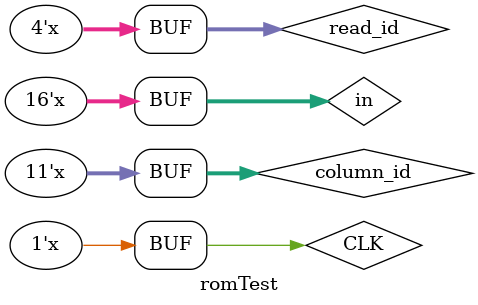
<source format=v>
`timescale 1ns / 1ps


module romTest;

	// Inputs
	reg CLK;
	reg [10:0] column_id;
	reg [3:0] read_id;
	reg [15:0] in;
	reg [1:0] mode;

	// Outputs
	wire [15:0] out;

	// Instantiate the Unit Under Test (UUT)
	Rom uut (
		.CLK(CLK), 
		.column_id(column_id), 
		.read_id(read_id), 
		.in(in), 
		.out(out), 
		.mode(mode)
	);

	initial begin
		// Initialize Inputs
		CLK = 0;
		column_id = 11'b00000000000;
		read_id = 4'b0000;
		in = 16'b0000_0000_0000_0000;
		mode = 2'b00;

		// Wait 100 ns for global reset to finish
        
		// Add stimulus here
		
	end
   
	always begin
		#10 CLK = ~CLK;
	end
	
	always begin
		if(column_id == 11'b11111111111)begin
			mode = 2'b01;
		end
	
		#20 column_id = column_id + 11'b00000000001;
		in = in + 16'b0000000000000001;
		read_id = column_id[10:7];
	end
endmodule


</source>
